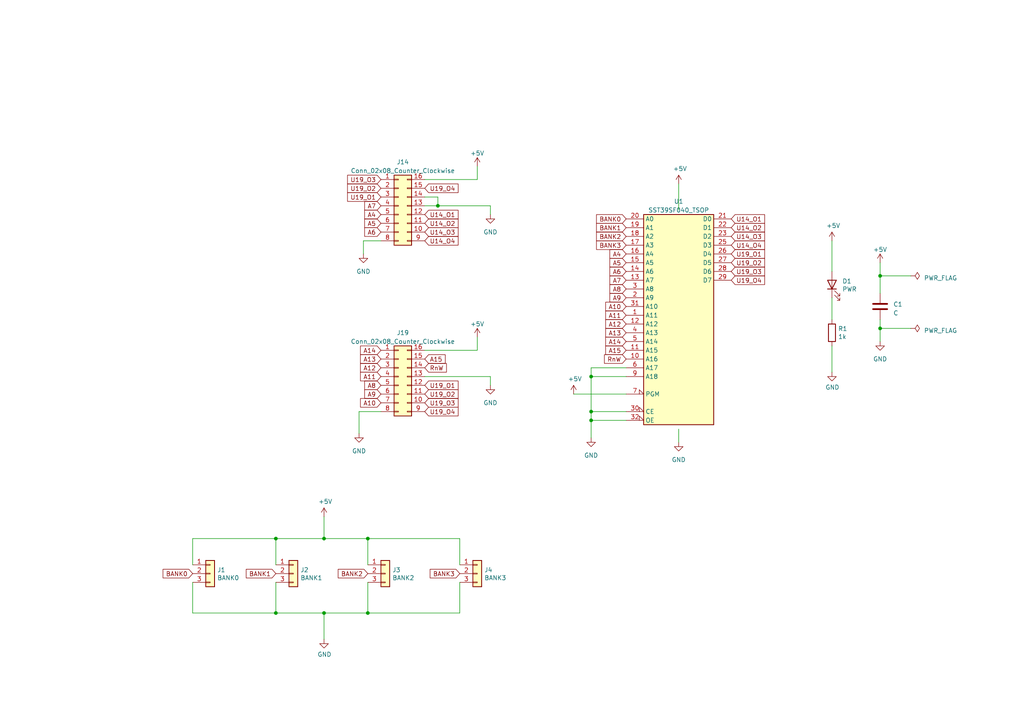
<source format=kicad_sch>
(kicad_sch (version 20230121) (generator eeschema)
  (paper "A4")
  (lib_symbols
    (symbol "CommonProjectLibrary:SST39SF040_TSOP"
      (property "Reference" "U" (at 2.54 33.02 0))
      (property "Value" "SST39SF040_TSOP" (at 0 -30.48 0))
      (symbol "SST39SF040_TSOP_0_0"
        (pin power_in line (at 0 -30.48 90) (length 1.27) hide (name "GND") (number "24"))
        (pin power_in line (at 0 33.02 270) (length 1.27) hide (name "VCC") (number "8"))
      )
      (symbol "SST39SF040_TSOP_0_1"
        (rectangle (start -10.16 31.75) (end 10.16 -29.21) (stroke (width 0.254)) (fill (type background)))
      )
      (symbol "SST39SF040_TSOP_1_1"
        (pin input line (at -15.24 2.54 0) (length 5.08) (name "A11") (number "1"))
        (pin input line (at -15.24 -10.16 0) (length 5.08) (name "A16") (number "10"))
        (pin input line (at -15.24 -7.62 0) (length 5.08) (name "A15") (number "11"))
        (pin input line (at -15.24 0 0) (length 5.08) (name "A12") (number "12"))
        (pin input line (at -15.24 12.7 0) (length 5.08) (name "A7") (number "13"))
        (pin input line (at -15.24 15.24 0) (length 5.08) (name "A6") (number "14"))
        (pin input line (at -15.24 17.78 0) (length 5.08) (name "A5") (number "15"))
        (pin input line (at -15.24 20.32 0) (length 5.08) (name "A4") (number "16"))
        (pin input line (at -15.24 22.86 0) (length 5.08) (name "A3") (number "17"))
        (pin input line (at -15.24 25.4 0) (length 5.08) (name "A2") (number "18"))
        (pin input line (at -15.24 27.94 0) (length 5.08) (name "A1") (number "19"))
        (pin input line (at -15.24 7.62 0) (length 5.08) (name "A9") (number "2"))
        (pin input line (at -15.24 30.48 0) (length 5.08) (name "A0") (number "20"))
        (pin tri_state line (at 15.24 30.48 180) (length 5.08) (name "D0") (number "21"))
        (pin tri_state line (at 15.24 27.94 180) (length 5.08) (name "D1") (number "22"))
        (pin tri_state line (at 15.24 25.4 180) (length 5.08) (name "D2") (number "23"))
        (pin tri_state line (at 15.24 22.86 180) (length 5.08) (name "D3") (number "25"))
        (pin tri_state line (at 15.24 20.32 180) (length 5.08) (name "D4") (number "26"))
        (pin tri_state line (at 15.24 17.78 180) (length 5.08) (name "D5") (number "27"))
        (pin tri_state line (at 15.24 15.24 180) (length 5.08) (name "D6") (number "28"))
        (pin tri_state line (at 15.24 12.7 180) (length 5.08) (name "D7") (number "29"))
        (pin input line (at -15.24 10.16 0) (length 5.08) (name "A8") (number "3"))
        (pin input input_low (at -15.24 -25.4 0) (length 5.08) (name "CE") (number "30"))
        (pin input line (at -15.24 5.08 0) (length 5.08) (name "A10") (number "31"))
        (pin input input_low (at -15.24 -27.94 0) (length 5.08) (name "OE") (number "32"))
        (pin input line (at -15.24 -2.54 0) (length 5.08) (name "A13") (number "4"))
        (pin input line (at -15.24 -5.08 0) (length 5.08) (name "A14") (number "5"))
        (pin input line (at -15.24 -12.7 0) (length 5.08) (name "A17") (number "6"))
        (pin input input_low (at -15.24 -20.32 0) (length 5.08) (name "PGM") (number "7"))
        (pin input line (at -15.24 -15.24 0) (length 5.08) (name "A18") (number "9"))
      )
    )
    (symbol "Connector_Generic:Conn_01x03" (pin_names (offset 1.016) hide)
      (property "Reference" "J" (at 0 5.08 0))
      (property "Value" "Conn_01x03" (at 0 -5.08 0))
      (symbol "Conn_01x03_1_1"
        (rectangle (start -1.27 -2.413) (end 0 -2.667) (stroke (width 0.1524)))
        (rectangle (start -1.27 0.127) (end 0 -0.127) (stroke (width 0.1524)))
        (rectangle (start -1.27 2.667) (end 0 2.413) (stroke (width 0.1524)))
        (rectangle (start -1.27 3.81) (end 1.27 -3.81) (stroke (width 0.254)) (fill (type background)))
        (pin passive line (at -5.08 2.54 0) (length 3.81) (name "Pin_1") (number "1"))
        (pin passive line (at -5.08 0 0) (length 3.81) (name "Pin_2") (number "2"))
        (pin passive line (at -5.08 -2.54 0) (length 3.81) (name "Pin_3") (number "3"))
      )
    )
    (symbol "Connector_Generic:Conn_02x08_Counter_Clockwise" (pin_names (offset 1.016) hide)
      (property "Reference" "J" (at 1.27 10.16 0))
      (property "Value" "Conn_02x08_Counter_Clockwise" (at 1.27 -12.7 0))
      (symbol "Conn_02x08_Counter_Clockwise_1_1"
        (rectangle (start -1.27 -10.033) (end 0 -10.287) (stroke (width 0.1524)))
        (rectangle (start -1.27 -7.493) (end 0 -7.747) (stroke (width 0.1524)))
        (rectangle (start -1.27 -4.953) (end 0 -5.207) (stroke (width 0.1524)))
        (rectangle (start -1.27 -2.413) (end 0 -2.667) (stroke (width 0.1524)))
        (rectangle (start -1.27 0.127) (end 0 -0.127) (stroke (width 0.1524)))
        (rectangle (start -1.27 2.667) (end 0 2.413) (stroke (width 0.1524)))
        (rectangle (start -1.27 5.207) (end 0 4.953) (stroke (width 0.1524)))
        (rectangle (start -1.27 7.747) (end 0 7.493) (stroke (width 0.1524)))
        (rectangle (start -1.27 8.89) (end 3.81 -11.43) (stroke (width 0.254)) (fill (type background)))
        (rectangle (start 3.81 -10.033) (end 2.54 -10.287) (stroke (width 0.1524)))
        (rectangle (start 3.81 -7.493) (end 2.54 -7.747) (stroke (width 0.1524)))
        (rectangle (start 3.81 -4.953) (end 2.54 -5.207) (stroke (width 0.1524)))
        (rectangle (start 3.81 -2.413) (end 2.54 -2.667) (stroke (width 0.1524)))
        (rectangle (start 3.81 0.127) (end 2.54 -0.127) (stroke (width 0.1524)))
        (rectangle (start 3.81 2.667) (end 2.54 2.413) (stroke (width 0.1524)))
        (rectangle (start 3.81 5.207) (end 2.54 4.953) (stroke (width 0.1524)))
        (rectangle (start 3.81 7.747) (end 2.54 7.493) (stroke (width 0.1524)))
        (pin passive line (at -5.08 7.62 0) (length 3.81) (name "Pin_1") (number "1"))
        (pin passive line (at 7.62 -7.62 180) (length 3.81) (name "Pin_10") (number "10"))
        (pin passive line (at 7.62 -5.08 180) (length 3.81) (name "Pin_11") (number "11"))
        (pin passive line (at 7.62 -2.54 180) (length 3.81) (name "Pin_12") (number "12"))
        (pin passive line (at 7.62 0 180) (length 3.81) (name "Pin_13") (number "13"))
        (pin passive line (at 7.62 2.54 180) (length 3.81) (name "Pin_14") (number "14"))
        (pin passive line (at 7.62 5.08 180) (length 3.81) (name "Pin_15") (number "15"))
        (pin passive line (at 7.62 7.62 180) (length 3.81) (name "Pin_16") (number "16"))
        (pin passive line (at -5.08 5.08 0) (length 3.81) (name "Pin_2") (number "2"))
        (pin passive line (at -5.08 2.54 0) (length 3.81) (name "Pin_3") (number "3"))
        (pin passive line (at -5.08 0 0) (length 3.81) (name "Pin_4") (number "4"))
        (pin passive line (at -5.08 -2.54 0) (length 3.81) (name "Pin_5") (number "5"))
        (pin passive line (at -5.08 -5.08 0) (length 3.81) (name "Pin_6") (number "6"))
        (pin passive line (at -5.08 -7.62 0) (length 3.81) (name "Pin_7") (number "7"))
        (pin passive line (at -5.08 -10.16 0) (length 3.81) (name "Pin_8") (number "8"))
        (pin passive line (at 7.62 -10.16 180) (length 3.81) (name "Pin_9") (number "9"))
      )
    )
    (symbol "Device:C" (pin_numbers hide) (pin_names (offset 0.254))
      (property "Reference" "C" (at 0.635 2.54 0))
      (property "Value" "C" (at 0.635 -2.54 0))
      (symbol "C_0_1"
        (polyline (pts (xy -2.032 -0.762) (xy 2.032 -0.762)) (stroke (width 0.508)))
        (polyline (pts (xy -2.032 0.762) (xy 2.032 0.762)) (stroke (width 0.508)))
      )
      (symbol "C_1_1"
        (pin passive line (at 0 3.81 270) (length 2.794) (name "~") (number "1"))
        (pin passive line (at 0 -3.81 90) (length 2.794) (name "~") (number "2"))
      )
    )
    (symbol "Device:LED" (pin_numbers hide) (pin_names (offset 1.016) hide)
      (property "Reference" "D" (at 0 2.54 0))
      (property "Value" "LED" (at 0 -2.54 0))
      (symbol "LED_0_1"
        (polyline (pts (xy -1.27 -1.27) (xy -1.27 1.27)) (stroke (width 0.254)))
        (polyline (pts (xy -1.27 0) (xy 1.27 0)))
        (polyline (pts (xy 1.27 -1.27) (xy 1.27 1.27) (xy -1.27 0) (xy 1.27 -1.27)) (stroke (width 0.254)))
        (polyline (pts (xy -3.048 -0.762) (xy -4.572 -2.286) (xy -3.81 -2.286) (xy -4.572 -2.286) (xy -4.572 -1.524)))
        (polyline (pts (xy -1.778 -0.762) (xy -3.302 -2.286) (xy -2.54 -2.286) (xy -3.302 -2.286) (xy -3.302 -1.524)))
      )
      (symbol "LED_1_1"
        (pin passive line (at -3.81 0 0) (length 2.54) (name "K") (number "1"))
        (pin passive line (at 3.81 0 180) (length 2.54) (name "A") (number "2"))
      )
    )
    (symbol "Device:R" (pin_numbers hide) (pin_names (offset 0))
      (property "Reference" "R" (at 2.032 0 90))
      (property "Value" "R" (at 0 0 90))
      (symbol "R_0_1"
        (rectangle (start -1.016 -2.54) (end 1.016 2.54) (stroke (width 0.254)))
      )
      (symbol "R_1_1"
        (pin passive line (at 0 3.81 270) (length 1.27) (name "~") (number "1"))
        (pin passive line (at 0 -3.81 90) (length 1.27) (name "~") (number "2"))
      )
    )
    (symbol "power:+5V" (power) (pin_names (offset 0))
      (property "Value" "+5V" (at 0 3.556 0))
      (symbol "+5V_0_1"
        (polyline (pts (xy -0.762 1.27) (xy 0 2.54)))
        (polyline (pts (xy 0 0) (xy 0 2.54)))
        (polyline (pts (xy 0 2.54) (xy 0.762 1.27)))
      )
      (symbol "+5V_1_1"
        (pin power_in line (at 0 0 90) (length 0) hide (name "+5V") (number "1"))
      )
    )
    (symbol "power:GND" (power) (pin_names (offset 0))
      (property "Value" "GND" (at 0 -3.81 0))
      (symbol "GND_0_1"
        (polyline (pts (xy 0 0) (xy 0 -1.27) (xy 1.27 -1.27) (xy 0 -2.54) (xy -1.27 -1.27) (xy 0 -1.27)))
      )
      (symbol "GND_1_1"
        (pin power_in line (at 0 0 270) (length 0) hide (name "GND") (number "1"))
      )
    )
    (symbol "power:PWR_FLAG" (power) (pin_numbers hide) (pin_names (offset 0) hide)
      (property "Value" "PWR_FLAG" (at 0 3.81 0))
      (symbol "PWR_FLAG_0_0"
        (pin power_out line (at 0 0 90) (length 0) (name "pwr") (number "1"))
      )
      (symbol "PWR_FLAG_0_1"
        (polyline (pts (xy 0 0) (xy 0 1.27) (xy -1.016 1.905) (xy 0 2.54) (xy 1.016 1.905) (xy 0 1.27)))
      )
    )
  )
  (junction (at 255.27 95.25))
  (junction (at 93.98 177.8))
  (junction (at 106.68 156.21))
  (junction (at 171.45 109.22))
  (junction (at 106.68 177.8))
  (junction (at 171.45 119.38))
  (junction (at 171.45 121.92))
  (junction (at 255.27 80.01))
  (junction (at 127 59.69))
  (junction (at 80.01 177.8))
  (junction (at 80.01 156.21))
  (junction (at 93.98 156.21))
  (wire (pts (xy 133.35 177.8) (xy 106.68 177.8)))
  (wire (pts (xy 123.19 57.15) (xy 127 57.15)))
  (wire (pts (xy 171.45 106.68) (xy 181.61 106.68)))
  (wire (pts (xy 142.24 59.69) (xy 142.24 62.23)))
  (wire (pts (xy 123.19 109.22) (xy 142.24 109.22)))
  (wire (pts (xy 106.68 168.91) (xy 106.68 177.8)))
  (wire (pts (xy 123.19 101.6) (xy 138.43 101.6)))
  (wire (pts (xy 171.45 121.92) (xy 171.45 127)))
  (wire (pts (xy 255.27 80.01) (xy 255.27 85.09)))
  (wire (pts (xy 196.85 60.96) (xy 196.85 53.34)))
  (wire (pts (xy 133.35 168.91) (xy 133.35 177.8)))
  (wire (pts (xy 80.01 163.83) (xy 80.01 156.21)))
  (wire (pts (xy 142.24 109.22) (xy 142.24 111.76)))
  (wire (pts (xy 93.98 156.21) (xy 80.01 156.21)))
  (wire (pts (xy 55.88 168.91) (xy 55.88 177.8)))
  (wire (pts (xy 138.43 52.07) (xy 138.43 48.26)))
  (wire (pts (xy 104.14 119.38) (xy 104.14 125.73)))
  (wire (pts (xy 255.27 76.2) (xy 255.27 80.01)))
  (wire (pts (xy 241.3 86.36) (xy 241.3 92.71)))
  (wire (pts (xy 264.16 95.25) (xy 255.27 95.25)))
  (wire (pts (xy 255.27 92.71) (xy 255.27 95.25)))
  (wire (pts (xy 133.35 156.21) (xy 106.68 156.21)))
  (wire (pts (xy 110.49 69.85) (xy 105.41 69.85)))
  (wire (pts (xy 93.98 177.8) (xy 80.01 177.8)))
  (wire (pts (xy 196.85 124.46) (xy 196.85 128.27)))
  (wire (pts (xy 110.49 119.38) (xy 104.14 119.38)))
  (wire (pts (xy 106.68 156.21) (xy 93.98 156.21)))
  (wire (pts (xy 80.01 156.21) (xy 55.88 156.21)))
  (wire (pts (xy 255.27 95.25) (xy 255.27 99.06)))
  (wire (pts (xy 133.35 163.83) (xy 133.35 156.21)))
  (wire (pts (xy 80.01 168.91) (xy 80.01 177.8)))
  (wire (pts (xy 181.61 109.22) (xy 171.45 109.22)))
  (wire (pts (xy 106.68 163.83) (xy 106.68 156.21)))
  (wire (pts (xy 241.3 69.85) (xy 241.3 78.74)))
  (wire (pts (xy 171.45 119.38) (xy 171.45 121.92)))
  (wire (pts (xy 55.88 163.83) (xy 55.88 156.21)))
  (wire (pts (xy 181.61 119.38) (xy 171.45 119.38)))
  (wire (pts (xy 123.19 59.69) (xy 127 59.69)))
  (wire (pts (xy 80.01 177.8) (xy 55.88 177.8)))
  (wire (pts (xy 123.19 52.07) (xy 138.43 52.07)))
  (wire (pts (xy 181.61 121.92) (xy 171.45 121.92)))
  (wire (pts (xy 171.45 119.38) (xy 171.45 109.22)))
  (wire (pts (xy 105.41 69.85) (xy 105.41 73.66)))
  (wire (pts (xy 93.98 185.42) (xy 93.98 177.8)))
  (wire (pts (xy 166.37 114.3) (xy 181.61 114.3)))
  (wire (pts (xy 93.98 149.86) (xy 93.98 156.21)))
  (wire (pts (xy 241.3 100.33) (xy 241.3 107.95)))
  (wire (pts (xy 127 59.69) (xy 142.24 59.69)))
  (wire (pts (xy 106.68 177.8) (xy 93.98 177.8)))
  (wire (pts (xy 264.16 80.01) (xy 255.27 80.01)))
  (wire (pts (xy 138.43 101.6) (xy 138.43 97.79)))
  (wire (pts (xy 127 57.15) (xy 127 59.69)))
  (wire (pts (xy 171.45 109.22) (xy 171.45 106.68)))
  (global_label "U14_O2" (shape input) (at 212.09 66.04 0) (property "Intersheetrefs" "${INTERSHEET_REFS}" (effects hide)))
  (global_label "A12" (shape input) (at 181.61 93.98 180) (property "Intersheetrefs" "${INTERSHEET_REFS}" (effects hide)))
  (global_label "BANK1" (shape input) (at 181.61 66.04 180) (property "Intersheetrefs" "${INTERSHEET_REFS}" (effects hide)))
  (global_label "A11" (shape input) (at 110.49 109.22 180) (property "Intersheetrefs" "${INTERSHEET_REFS}" (effects hide)))
  (global_label "A13" (shape input) (at 110.49 104.14 180) (property "Intersheetrefs" "${INTERSHEET_REFS}" (effects hide)))
  (global_label "U19_O4" (shape input) (at 123.19 119.38 0) (property "Intersheetrefs" "${INTERSHEET_REFS}" (effects hide)))
  (global_label "U14_O2" (shape input) (at 123.19 64.77 0) (property "Intersheetrefs" "${INTERSHEET_REFS}" (effects hide)))
  (global_label "U19_O4" (shape input) (at 123.19 54.61 0) (property "Intersheetrefs" "${INTERSHEET_REFS}" (effects hide)))
  (global_label "BANK3" (shape input) (at 133.35 166.37 180) (property "Intersheetrefs" "${INTERSHEET_REFS}" (effects hide)))
  (global_label "BANK3" (shape input) (at 181.61 71.12 180) (property "Intersheetrefs" "${INTERSHEET_REFS}" (effects hide)))
  (global_label "U19_O3" (shape input) (at 212.09 78.74 0) (property "Intersheetrefs" "${INTERSHEET_REFS}" (effects hide)))
  (global_label "BANK0" (shape input) (at 55.88 166.37 180) (property "Intersheetrefs" "${INTERSHEET_REFS}" (effects hide)))
  (global_label "U19_O1" (shape input) (at 123.19 111.76 0) (property "Intersheetrefs" "${INTERSHEET_REFS}" (effects hide)))
  (global_label "A5" (shape input) (at 110.49 64.77 180) (property "Intersheetrefs" "${INTERSHEET_REFS}" (effects hide)))
  (global_label "U14_O3" (shape input) (at 212.09 68.58 0) (property "Intersheetrefs" "${INTERSHEET_REFS}" (effects hide)))
  (global_label "U14_O4" (shape input) (at 123.19 69.85 0) (property "Intersheetrefs" "${INTERSHEET_REFS}" (effects hide)))
  (global_label "A14" (shape input) (at 181.61 99.06 180) (property "Intersheetrefs" "${INTERSHEET_REFS}" (effects hide)))
  (global_label "A13" (shape input) (at 181.61 96.52 180) (property "Intersheetrefs" "${INTERSHEET_REFS}" (effects hide)))
  (global_label "U14_O4" (shape input) (at 212.09 71.12 0) (property "Intersheetrefs" "${INTERSHEET_REFS}" (effects hide)))
  (global_label "A12" (shape input) (at 110.49 106.68 180) (property "Intersheetrefs" "${INTERSHEET_REFS}" (effects hide)))
  (global_label "A15" (shape input) (at 181.61 101.6 180) (property "Intersheetrefs" "${INTERSHEET_REFS}" (effects hide)))
  (global_label "BANK1" (shape input) (at 80.01 166.37 180) (property "Intersheetrefs" "${INTERSHEET_REFS}" (effects hide)))
  (global_label "U19_O2" (shape input) (at 110.49 54.61 180) (property "Intersheetrefs" "${INTERSHEET_REFS}" (effects hide)))
  (global_label "A9" (shape input) (at 181.61 86.36 180) (property "Intersheetrefs" "${INTERSHEET_REFS}" (effects hide)))
  (global_label "U19_O4" (shape input) (at 212.09 81.28 0) (property "Intersheetrefs" "${INTERSHEET_REFS}" (effects hide)))
  (global_label "A9" (shape input) (at 110.49 114.3 180) (property "Intersheetrefs" "${INTERSHEET_REFS}" (effects hide)))
  (global_label "BANK2" (shape input) (at 106.68 166.37 180) (property "Intersheetrefs" "${INTERSHEET_REFS}" (effects hide)))
  (global_label "BANK2" (shape input) (at 181.61 68.58 180) (property "Intersheetrefs" "${INTERSHEET_REFS}" (effects hide)))
  (global_label "U19_O3" (shape input) (at 110.49 52.07 180) (property "Intersheetrefs" "${INTERSHEET_REFS}" (effects hide)))
  (global_label "A8" (shape input) (at 110.49 111.76 180) (property "Intersheetrefs" "${INTERSHEET_REFS}" (effects hide)))
  (global_label "U14_O1" (shape input) (at 212.09 63.5 0) (property "Intersheetrefs" "${INTERSHEET_REFS}" (effects hide)))
  (global_label "A14" (shape input) (at 110.49 101.6 180) (property "Intersheetrefs" "${INTERSHEET_REFS}" (effects hide)))
  (global_label "A15" (shape input) (at 123.19 104.14 0) (property "Intersheetrefs" "${INTERSHEET_REFS}" (effects hide)))
  (global_label "U19_O1" (shape input) (at 212.09 73.66 0) (property "Intersheetrefs" "${INTERSHEET_REFS}" (effects hide)))
  (global_label "A6" (shape input) (at 110.49 67.31 180) (property "Intersheetrefs" "${INTERSHEET_REFS}" (effects hide)))
  (global_label "A10" (shape input) (at 181.61 88.9 180) (property "Intersheetrefs" "${INTERSHEET_REFS}" (effects hide)))
  (global_label "U19_O2" (shape input) (at 212.09 76.2 0) (property "Intersheetrefs" "${INTERSHEET_REFS}" (effects hide)))
  (global_label "A8" (shape input) (at 181.61 83.82 180) (property "Intersheetrefs" "${INTERSHEET_REFS}" (effects hide)))
  (global_label "A7" (shape input) (at 181.61 81.28 180) (property "Intersheetrefs" "${INTERSHEET_REFS}" (effects hide)))
  (global_label "A4" (shape input) (at 110.49 62.23 180) (property "Intersheetrefs" "${INTERSHEET_REFS}" (effects hide)))
  (global_label "U14_O1" (shape input) (at 123.19 62.23 0) (property "Intersheetrefs" "${INTERSHEET_REFS}" (effects hide)))
  (global_label "RnW" (shape input) (at 181.61 104.14 180) (property "Intersheetrefs" "${INTERSHEET_REFS}" (effects hide)))
  (global_label "RnW" (shape input) (at 123.19 106.68 0) (property "Intersheetrefs" "${INTERSHEET_REFS}" (effects hide)))
  (global_label "A10" (shape input) (at 110.49 116.84 180) (property "Intersheetrefs" "${INTERSHEET_REFS}" (effects hide)))
  (global_label "U19_O1" (shape input) (at 110.49 57.15 180) (property "Intersheetrefs" "${INTERSHEET_REFS}" (effects hide)))
  (global_label "U19_O3" (shape input) (at 123.19 116.84 0) (property "Intersheetrefs" "${INTERSHEET_REFS}" (effects hide)))
  (global_label "U19_O2" (shape input) (at 123.19 114.3 0) (property "Intersheetrefs" "${INTERSHEET_REFS}" (effects hide)))
  (global_label "U14_O3" (shape input) (at 123.19 67.31 0) (property "Intersheetrefs" "${INTERSHEET_REFS}" (effects hide)))
  (global_label "A6" (shape input) (at 181.61 78.74 180) (property "Intersheetrefs" "${INTERSHEET_REFS}" (effects hide)))
  (global_label "A4" (shape input) (at 181.61 73.66 180) (property "Intersheetrefs" "${INTERSHEET_REFS}" (effects hide)))
  (global_label "BANK0" (shape input) (at 181.61 63.5 180) (property "Intersheetrefs" "${INTERSHEET_REFS}" (effects hide)))
  (global_label "A11" (shape input) (at 181.61 91.44 180) (property "Intersheetrefs" "${INTERSHEET_REFS}" (effects hide)))
  (global_label "A7" (shape input) (at 110.49 59.69 180) (property "Intersheetrefs" "${INTERSHEET_REFS}" (effects hide)))
  (global_label "A5" (shape input) (at 181.61 76.2 180) (property "Intersheetrefs" "${INTERSHEET_REFS}" (effects hide)))
  (symbol (lib_id "Device:R") (at 241.3 96.52 0) (unit 1)
    (property "Reference" "R1" (at 243.078 95.3516 0) (effects (justify left)))
    (property "Value" "1k" (at 243.078 97.663 0) (effects (justify left)))
    (property "Footprint" "Resistor_SMD:R_0603_1608Metric" (effects hide))
  )
  (symbol (lib_id "power:GND") (at 255.27 99.06 0) (unit 1)
    (property "Reference" "#PWR02" (effects hide))
    (property "Value" "GND" (at 255.27 104.14 0))
  )
  (symbol (lib_id "power:GND") (at 241.3 107.95 0) (unit 1)
    (property "Reference" "#PWR011" (effects hide))
    (property "Value" "GND" (at 241.427 112.3442 0))
  )
  (symbol (lib_id "Connector_Generic:Conn_01x03") (at 85.09 166.37 0) (unit 1)
    (property "Reference" "J2" (at 87.122 165.3032 0) (effects (justify left)))
    (property "Value" "BANK1" (at 87.122 167.6146 0) (effects (justify left)))
    (property "Footprint" "project-common:JP2_Arrow" (effects hide))
  )
  (symbol (lib_id "power:+5V") (at 138.43 48.26 0) (unit 1)
    (property "Reference" "#PWR09" (effects hide))
    (property "Value" "+5V" (at 138.43 44.45 0))
  )
  (symbol (lib_id "Connector_Generic:Conn_01x03") (at 111.76 166.37 0) (unit 1)
    (property "Reference" "J3" (at 113.792 165.3032 0) (effects (justify left)))
    (property "Value" "BANK2" (at 113.792 167.6146 0) (effects (justify left)))
    (property "Footprint" "project-common:JP2_Arrow" (effects hide))
  )
  (symbol (lib_id "Connector_Generic:Conn_01x03") (at 138.43 166.37 0) (unit 1)
    (property "Reference" "J4" (at 140.462 165.3032 0) (effects (justify left)))
    (property "Value" "BANK3" (at 140.462 167.6146 0) (effects (justify left)))
    (property "Footprint" "project-common:JP2_Arrow" (effects hide))
  )
  (symbol (lib_id "power:GND") (at 93.98 185.42 0) (unit 1)
    (property "Reference" "#PWR013" (effects hide))
    (property "Value" "GND" (at 94.107 189.8142 0))
  )
  (symbol (lib_id "power:+5V") (at 166.37 114.3 0) (unit 1)
    (property "Reference" "#PWR014" (effects hide))
    (property "Value" "+5V" (at 166.751 109.9058 0))
  )
  (symbol (lib_id "power:+5V") (at 196.85 53.34 0) (unit 1)
    (property "Reference" "#PWR016" (effects hide))
    (property "Value" "+5V" (at 197.231 48.9458 0))
  )
  (symbol (lib_id "power:PWR_FLAG") (at 264.16 80.01 270) (unit 1)
    (property "Reference" "#FLG01" (effects hide))
    (property "Value" "PWR_FLAG" (at 267.97 80.645 90) (effects (justify left)))
  )
  (symbol (lib_id "Device:LED") (at 241.3 82.55 90) (unit 1)
    (property "Reference" "D1" (at 244.2972 81.5594 90) (effects (justify right)))
    (property "Value" "PWR" (at 244.2972 83.8708 90) (effects (justify right)))
    (property "Footprint" "LED_SMD:LED_0603_1608Metric" (effects hide))
  )
  (symbol (lib_id "power:+5V") (at 241.3 69.85 0) (unit 1)
    (property "Reference" "#PWR010" (effects hide))
    (property "Value" "+5V" (at 241.681 65.4558 0))
  )
  (symbol (lib_id "CommonProjectLibrary:SST39SF040_TSOP") (at 196.85 93.98 0) (unit 1)
    (property "Reference" "U1" (at 196.85 58.42 0))
    (property "Value" "SST39SF040_TSOP" (at 196.85 60.96 0))
    (property "Footprint" "project-common:TSOP-I-32_14mmx8mm_P0.5mm" (effects hide))
    (property "Datasheet" "http://ww1.microchip.com/downloads/en/DeviceDoc/25022B.pdf" (effects hide))
  )
  (symbol (lib_id "Connector_Generic:Conn_02x08_Counter_Clockwise") (at 115.57 59.69 0) (unit 1)
    (property "Reference" "J14" (at 116.84 46.99 0))
    (property "Value" "Conn_02x08_Counter_Clockwise" (at 116.84 49.53 0))
    (property "Footprint" "Package_DIP:DIP-16_W7.62mm" (effects hide))
  )
  (symbol (lib_id "power:GND") (at 171.45 127 0) (unit 1)
    (property "Reference" "#PWR05" (effects hide))
    (property "Value" "GND" (at 171.45 132.08 0))
  )
  (symbol (lib_id "power:GND") (at 196.85 128.27 0) (unit 1)
    (property "Reference" "#PWR015" (effects hide))
    (property "Value" "GND" (at 196.85 133.35 0))
  )
  (symbol (lib_id "Device:C") (at 255.27 88.9 0) (unit 1)
    (property "Reference" "C1" (at 259.08 88.265 0) (effects (justify left)))
    (property "Value" "C" (at 259.08 90.805 0) (effects (justify left)))
    (property "Footprint" "Capacitor_SMD:C_0603_1608Metric" (effects hide))
  )
  (symbol (lib_id "Connector_Generic:Conn_02x08_Counter_Clockwise") (at 115.57 109.22 0) (unit 1)
    (property "Reference" "J19" (at 116.84 96.52 0))
    (property "Value" "Conn_02x08_Counter_Clockwise" (at 116.84 99.06 0))
    (property "Footprint" "Package_DIP:DIP-16_W7.62mm" (effects hide))
  )
  (symbol (lib_id "Connector_Generic:Conn_01x03") (at 60.96 166.37 0) (unit 1)
    (property "Reference" "J1" (at 62.992 165.3032 0) (effects (justify left)))
    (property "Value" "BANK0" (at 62.992 167.6146 0) (effects (justify left)))
    (property "Footprint" "project-common:JP2_Arrow" (effects hide))
  )
  (symbol (lib_id "power:PWR_FLAG") (at 264.16 95.25 270) (unit 1)
    (property "Reference" "#FLG02" (effects hide))
    (property "Value" "PWR_FLAG" (at 267.97 95.885 90) (effects (justify left)))
  )
  (symbol (lib_id "power:+5V") (at 255.27 76.2 0) (unit 1)
    (property "Reference" "#PWR03" (effects hide))
    (property "Value" "+5V" (at 255.27 72.39 0))
  )
  (symbol (lib_id "power:GND") (at 142.24 62.23 0) (unit 1)
    (property "Reference" "#PWR06" (effects hide))
    (property "Value" "GND" (at 142.24 67.31 0))
  )
  (symbol (lib_id "power:GND") (at 142.24 111.76 0) (unit 1)
    (property "Reference" "#PWR08" (effects hide))
    (property "Value" "GND" (at 142.24 116.84 0))
  )
  (symbol (lib_id "power:GND") (at 104.14 125.73 0) (unit 1)
    (property "Reference" "#PWR01" (effects hide))
    (property "Value" "GND" (at 104.14 130.81 0))
  )
  (symbol (lib_id "power:+5V") (at 138.43 97.79 0) (unit 1)
    (property "Reference" "#PWR04" (effects hide))
    (property "Value" "+5V" (at 138.43 93.98 0))
  )
  (symbol (lib_id "power:GND") (at 105.41 73.66 0) (unit 1)
    (property "Reference" "#PWR07" (effects hide))
    (property "Value" "GND" (at 105.41 78.74 0))
  )
  (symbol (lib_id "power:+5V") (at 93.98 149.86 0) (unit 1)
    (property "Reference" "#PWR012" (effects hide))
    (property "Value" "+5V" (at 94.361 145.4658 0))
  )
)
</source>
